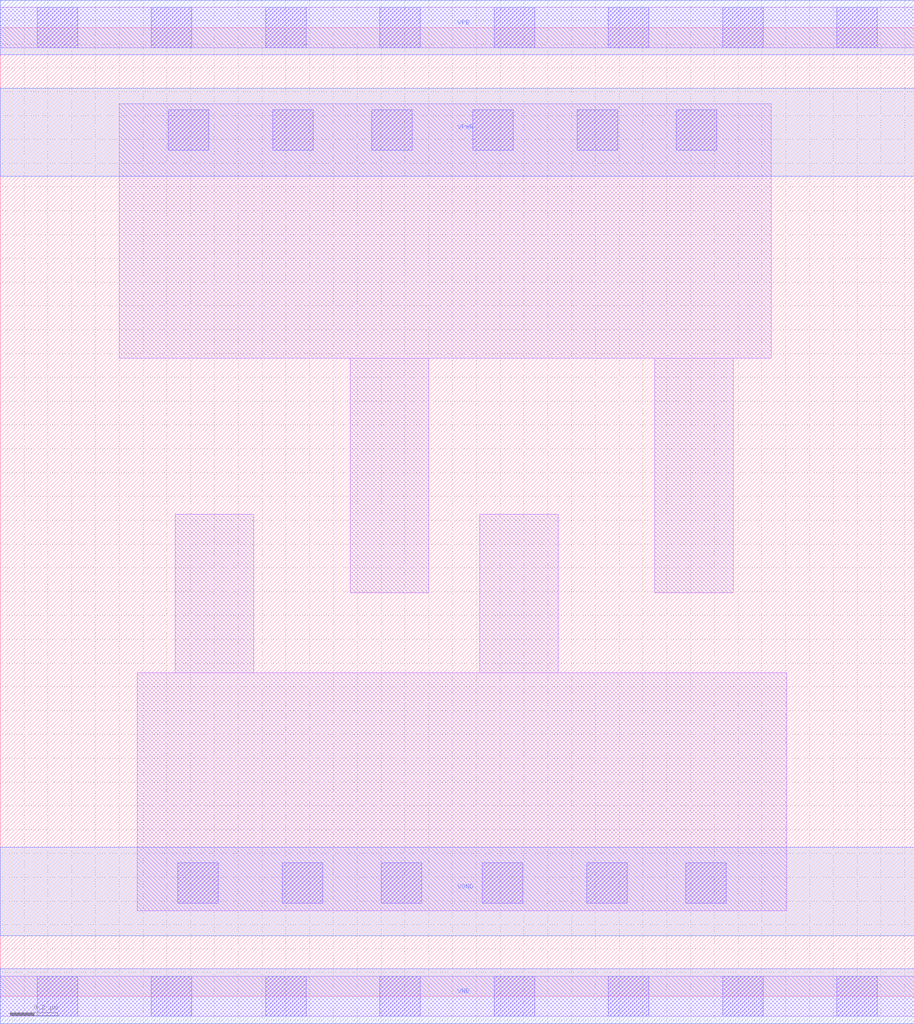
<source format=lef>
# Copyright 2020 The SkyWater PDK Authors
#
# Licensed under the Apache License, Version 2.0 (the "License");
# you may not use this file except in compliance with the License.
# You may obtain a copy of the License at
#
#     https://www.apache.org/licenses/LICENSE-2.0
#
# Unless required by applicable law or agreed to in writing, software
# distributed under the License is distributed on an "AS IS" BASIS,
# WITHOUT WARRANTIES OR CONDITIONS OF ANY KIND, either express or implied.
# See the License for the specific language governing permissions and
# limitations under the License.
#
# SPDX-License-Identifier: Apache-2.0

VERSION 5.7 ;
  NOWIREEXTENSIONATPIN ON ;
  DIVIDERCHAR "/" ;
  BUSBITCHARS "[]" ;
UNITS
  DATABASE MICRONS 200 ;
END UNITS
MACRO sky130_fd_sc_hvl__decap_8
  CLASS CORE ;
  FOREIGN sky130_fd_sc_hvl__decap_8 ;
  ORIGIN  0.000000  0.000000 ;
  SIZE  3.840000 BY  4.070000 ;
  SYMMETRY X Y ;
  SITE unithv ;
  PIN VGND
    DIRECTION INOUT ;
    USE GROUND ;
    PORT
      LAYER met1 ;
        RECT 0.000000 0.255000 3.840000 0.625000 ;
    END
  END VGND
  PIN VNB
    DIRECTION INOUT ;
    USE GROUND ;
    PORT
      LAYER met1 ;
        RECT 0.000000 -0.115000 3.840000 0.115000 ;
    END
  END VNB
  PIN VPB
    DIRECTION INOUT ;
    USE POWER ;
    PORT
      LAYER met1 ;
        RECT 0.000000 3.955000 3.840000 4.185000 ;
    END
  END VPB
  PIN VPWR
    DIRECTION INOUT ;
    USE POWER ;
    PORT
      LAYER met1 ;
        RECT 0.000000 3.445000 3.840000 3.815000 ;
    END
  END VPWR
  OBS
    LAYER li1 ;
      RECT 0.000000 -0.085000 3.840000 0.085000 ;
      RECT 0.000000  3.985000 3.840000 4.155000 ;
      RECT 0.500000  2.680000 3.240000 3.750000 ;
      RECT 0.575000  0.360000 3.305000 1.360000 ;
      RECT 0.735000  1.360000 1.065000 2.025000 ;
      RECT 1.470000  1.695000 1.800000 2.680000 ;
      RECT 2.015000  1.360000 2.345000 2.025000 ;
      RECT 2.750000  1.695000 3.080000 2.680000 ;
    LAYER mcon ;
      RECT 0.155000 -0.085000 0.325000 0.085000 ;
      RECT 0.155000  3.985000 0.325000 4.155000 ;
      RECT 0.635000 -0.085000 0.805000 0.085000 ;
      RECT 0.635000  3.985000 0.805000 4.155000 ;
      RECT 0.705000  3.555000 0.875000 3.725000 ;
      RECT 0.745000  0.390000 0.915000 0.560000 ;
      RECT 1.115000 -0.085000 1.285000 0.085000 ;
      RECT 1.115000  3.985000 1.285000 4.155000 ;
      RECT 1.145000  3.555000 1.315000 3.725000 ;
      RECT 1.185000  0.390000 1.355000 0.560000 ;
      RECT 1.560000  3.555000 1.730000 3.725000 ;
      RECT 1.595000 -0.085000 1.765000 0.085000 ;
      RECT 1.595000  3.985000 1.765000 4.155000 ;
      RECT 1.600000  0.390000 1.770000 0.560000 ;
      RECT 1.985000  3.555000 2.155000 3.725000 ;
      RECT 2.025000  0.390000 2.195000 0.560000 ;
      RECT 2.075000 -0.085000 2.245000 0.085000 ;
      RECT 2.075000  3.985000 2.245000 4.155000 ;
      RECT 2.425000  3.555000 2.595000 3.725000 ;
      RECT 2.465000  0.390000 2.635000 0.560000 ;
      RECT 2.555000 -0.085000 2.725000 0.085000 ;
      RECT 2.555000  3.985000 2.725000 4.155000 ;
      RECT 2.840000  3.555000 3.010000 3.725000 ;
      RECT 2.880000  0.390000 3.050000 0.560000 ;
      RECT 3.035000 -0.085000 3.205000 0.085000 ;
      RECT 3.035000  3.985000 3.205000 4.155000 ;
      RECT 3.515000 -0.085000 3.685000 0.085000 ;
      RECT 3.515000  3.985000 3.685000 4.155000 ;
  END
END sky130_fd_sc_hvl__decap_8
END LIBRARY

</source>
